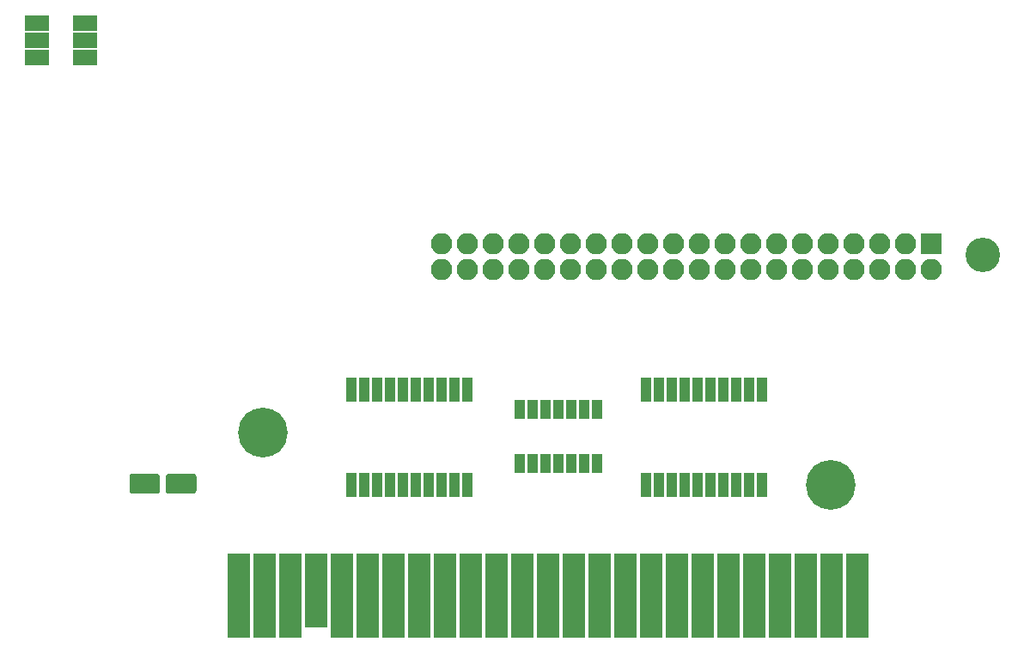
<source format=gbr>
G04 #@! TF.GenerationSoftware,KiCad,Pcbnew,5.1.5-52549c5~86~ubuntu18.04.1*
G04 #@! TF.CreationDate,2020-05-19T13:26:31+09:00*
G04 #@! TF.ProjectId,rpmpv1,72706d70-7631-42e6-9b69-6361645f7063,rev?*
G04 #@! TF.SameCoordinates,Original*
G04 #@! TF.FileFunction,Soldermask,Top*
G04 #@! TF.FilePolarity,Negative*
%FSLAX46Y46*%
G04 Gerber Fmt 4.6, Leading zero omitted, Abs format (unit mm)*
G04 Created by KiCad (PCBNEW 5.1.5-52549c5~86~ubuntu18.04.1) date 2020-05-19 13:26:31*
%MOMM*%
%LPD*%
G04 APERTURE LIST*
%ADD10R,2.400000X1.500000*%
%ADD11R,1.000000X2.350000*%
%ADD12R,1.000000X1.900000*%
%ADD13C,4.900000*%
%ADD14R,2.200000X8.400000*%
%ADD15R,2.200000X7.400000*%
%ADD16C,3.400000*%
%ADD17C,0.100000*%
%ADD18R,2.100000X2.100000*%
%ADD19O,2.100000X2.100000*%
G04 APERTURE END LIST*
D10*
X107061000Y-53291000D03*
X107061000Y-54991000D03*
X107061000Y-56691000D03*
X111861000Y-56691000D03*
X111861000Y-54991000D03*
X111861000Y-53291000D03*
D11*
X138049000Y-98871500D03*
X139319000Y-98871500D03*
X140589000Y-98871500D03*
X141859000Y-98871500D03*
X143129000Y-98871500D03*
X144399000Y-98871500D03*
X145669000Y-98871500D03*
X146939000Y-98871500D03*
X148209000Y-98871500D03*
X149479000Y-98871500D03*
X149479000Y-89471500D03*
X148209000Y-89471500D03*
X146939000Y-89471500D03*
X145669000Y-89471500D03*
X144399000Y-89471500D03*
X143129000Y-89471500D03*
X141859000Y-89471500D03*
X140589000Y-89471500D03*
X139319000Y-89471500D03*
X138049000Y-89471500D03*
D12*
X154686000Y-96776500D03*
X155956000Y-96776500D03*
X157226000Y-96776500D03*
X158496000Y-96776500D03*
X159766000Y-96776500D03*
X161036000Y-96776500D03*
X162306000Y-96776500D03*
X162306000Y-91376500D03*
X161036000Y-91376500D03*
X159766000Y-91376500D03*
X158496000Y-91376500D03*
X157226000Y-91376500D03*
X155956000Y-91376500D03*
X154686000Y-91376500D03*
D11*
X167132000Y-98871500D03*
X168402000Y-98871500D03*
X169672000Y-98871500D03*
X170942000Y-98871500D03*
X172212000Y-98871500D03*
X173482000Y-98871500D03*
X174752000Y-98871500D03*
X176022000Y-98871500D03*
X177292000Y-98871500D03*
X178562000Y-98871500D03*
X178562000Y-89471500D03*
X177292000Y-89471500D03*
X176022000Y-89471500D03*
X174752000Y-89471500D03*
X173482000Y-89471500D03*
X172212000Y-89471500D03*
X170942000Y-89471500D03*
X169672000Y-89471500D03*
X168402000Y-89471500D03*
X167132000Y-89471500D03*
D13*
X185356640Y-98869440D03*
D14*
X187972840Y-109799440D03*
X185432840Y-109799440D03*
X182892840Y-109799440D03*
X180352840Y-109799440D03*
X177812840Y-109799440D03*
X175272840Y-109799440D03*
X172732840Y-109799440D03*
X170192840Y-109799440D03*
X167652840Y-109799440D03*
X165112840Y-109799440D03*
X162572840Y-109799440D03*
X160032840Y-109799440D03*
X157492840Y-109799440D03*
X154952840Y-109799440D03*
X152412840Y-109799440D03*
X149872840Y-109799440D03*
X147332840Y-109799440D03*
X144792840Y-109799440D03*
X142252840Y-109799440D03*
X139712840Y-109799440D03*
X137172840Y-109799440D03*
D15*
X134627760Y-109306680D03*
D14*
X132092840Y-109799440D03*
X129552840Y-109799440D03*
X127012840Y-109799440D03*
D13*
X129357260Y-93667520D03*
D16*
X200279000Y-76200000D03*
D17*
G36*
X118925130Y-97744005D02*
G01*
X118955466Y-97748505D01*
X118985214Y-97755956D01*
X119014089Y-97766288D01*
X119041811Y-97779400D01*
X119068116Y-97795166D01*
X119092748Y-97813434D01*
X119115471Y-97834029D01*
X119136066Y-97856752D01*
X119154334Y-97881384D01*
X119170100Y-97907689D01*
X119183212Y-97935411D01*
X119193544Y-97964286D01*
X119200995Y-97994034D01*
X119205495Y-98024370D01*
X119207000Y-98055000D01*
X119207000Y-99430000D01*
X119205495Y-99460630D01*
X119200995Y-99490966D01*
X119193544Y-99520714D01*
X119183212Y-99549589D01*
X119170100Y-99577311D01*
X119154334Y-99603616D01*
X119136066Y-99628248D01*
X119115471Y-99650971D01*
X119092748Y-99671566D01*
X119068116Y-99689834D01*
X119041811Y-99705600D01*
X119014089Y-99718712D01*
X118985214Y-99729044D01*
X118955466Y-99736495D01*
X118925130Y-99740995D01*
X118894500Y-99742500D01*
X116519500Y-99742500D01*
X116488870Y-99740995D01*
X116458534Y-99736495D01*
X116428786Y-99729044D01*
X116399911Y-99718712D01*
X116372189Y-99705600D01*
X116345884Y-99689834D01*
X116321252Y-99671566D01*
X116298529Y-99650971D01*
X116277934Y-99628248D01*
X116259666Y-99603616D01*
X116243900Y-99577311D01*
X116230788Y-99549589D01*
X116220456Y-99520714D01*
X116213005Y-99490966D01*
X116208505Y-99460630D01*
X116207000Y-99430000D01*
X116207000Y-98055000D01*
X116208505Y-98024370D01*
X116213005Y-97994034D01*
X116220456Y-97964286D01*
X116230788Y-97935411D01*
X116243900Y-97907689D01*
X116259666Y-97881384D01*
X116277934Y-97856752D01*
X116298529Y-97834029D01*
X116321252Y-97813434D01*
X116345884Y-97795166D01*
X116372189Y-97779400D01*
X116399911Y-97766288D01*
X116428786Y-97755956D01*
X116458534Y-97748505D01*
X116488870Y-97744005D01*
X116519500Y-97742500D01*
X118894500Y-97742500D01*
X118925130Y-97744005D01*
G37*
G36*
X122525130Y-97744005D02*
G01*
X122555466Y-97748505D01*
X122585214Y-97755956D01*
X122614089Y-97766288D01*
X122641811Y-97779400D01*
X122668116Y-97795166D01*
X122692748Y-97813434D01*
X122715471Y-97834029D01*
X122736066Y-97856752D01*
X122754334Y-97881384D01*
X122770100Y-97907689D01*
X122783212Y-97935411D01*
X122793544Y-97964286D01*
X122800995Y-97994034D01*
X122805495Y-98024370D01*
X122807000Y-98055000D01*
X122807000Y-99430000D01*
X122805495Y-99460630D01*
X122800995Y-99490966D01*
X122793544Y-99520714D01*
X122783212Y-99549589D01*
X122770100Y-99577311D01*
X122754334Y-99603616D01*
X122736066Y-99628248D01*
X122715471Y-99650971D01*
X122692748Y-99671566D01*
X122668116Y-99689834D01*
X122641811Y-99705600D01*
X122614089Y-99718712D01*
X122585214Y-99729044D01*
X122555466Y-99736495D01*
X122525130Y-99740995D01*
X122494500Y-99742500D01*
X120119500Y-99742500D01*
X120088870Y-99740995D01*
X120058534Y-99736495D01*
X120028786Y-99729044D01*
X119999911Y-99718712D01*
X119972189Y-99705600D01*
X119945884Y-99689834D01*
X119921252Y-99671566D01*
X119898529Y-99650971D01*
X119877934Y-99628248D01*
X119859666Y-99603616D01*
X119843900Y-99577311D01*
X119830788Y-99549589D01*
X119820456Y-99520714D01*
X119813005Y-99490966D01*
X119808505Y-99460630D01*
X119807000Y-99430000D01*
X119807000Y-98055000D01*
X119808505Y-98024370D01*
X119813005Y-97994034D01*
X119820456Y-97964286D01*
X119830788Y-97935411D01*
X119843900Y-97907689D01*
X119859666Y-97881384D01*
X119877934Y-97856752D01*
X119898529Y-97834029D01*
X119921252Y-97813434D01*
X119945884Y-97795166D01*
X119972189Y-97779400D01*
X119999911Y-97766288D01*
X120028786Y-97755956D01*
X120058534Y-97748505D01*
X120088870Y-97744005D01*
X120119500Y-97742500D01*
X122494500Y-97742500D01*
X122525130Y-97744005D01*
G37*
D18*
X195199000Y-75057000D03*
D19*
X195199000Y-77597000D03*
X192659000Y-75057000D03*
X192659000Y-77597000D03*
X190119000Y-75057000D03*
X190119000Y-77597000D03*
X187579000Y-75057000D03*
X187579000Y-77597000D03*
X185039000Y-75057000D03*
X185039000Y-77597000D03*
X182499000Y-75057000D03*
X182499000Y-77597000D03*
X179959000Y-75057000D03*
X179959000Y-77597000D03*
X177419000Y-75057000D03*
X177419000Y-77597000D03*
X174879000Y-75057000D03*
X174879000Y-77597000D03*
X172339000Y-75057000D03*
X172339000Y-77597000D03*
X169799000Y-75057000D03*
X169799000Y-77597000D03*
X167259000Y-75057000D03*
X167259000Y-77597000D03*
X164719000Y-75057000D03*
X164719000Y-77597000D03*
X162179000Y-75057000D03*
X162179000Y-77597000D03*
X159639000Y-75057000D03*
X159639000Y-77597000D03*
X157099000Y-75057000D03*
X157099000Y-77597000D03*
X154559000Y-75057000D03*
X154559000Y-77597000D03*
X152019000Y-75057000D03*
X152019000Y-77597000D03*
X149479000Y-75057000D03*
X149479000Y-77597000D03*
X146939000Y-75057000D03*
X146939000Y-77597000D03*
M02*

</source>
